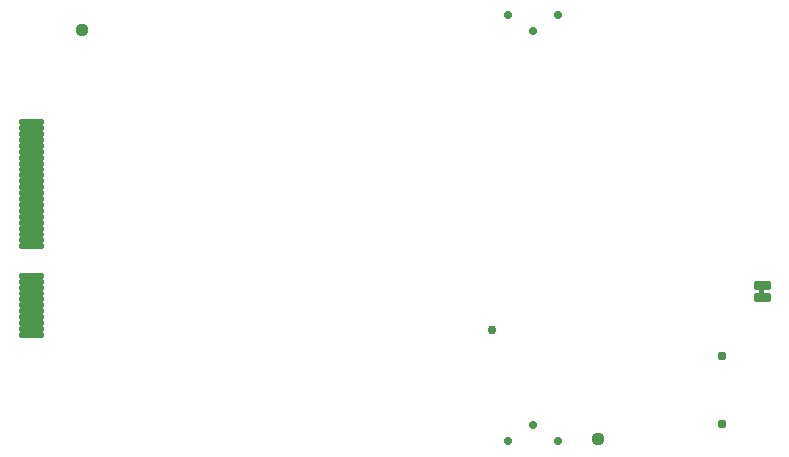
<source format=gbs>
G04 EAGLE Gerber RS-274X export*
G75*
%MOMM*%
%FSLAX34Y34*%
%LPD*%
%INSoldermask Bottom*%
%IPPOS*%
%AMOC8*
5,1,8,0,0,1.08239X$1,22.5*%
G01*
%ADD10C,1.127000*%
%ADD11C,0.228959*%
%ADD12C,0.736600*%
%ADD13C,0.762000*%
%ADD14C,0.777000*%
%ADD15C,0.228344*%

G36*
X635065Y134378D02*
X635065Y134378D01*
X635131Y134380D01*
X635174Y134398D01*
X635221Y134406D01*
X635278Y134440D01*
X635338Y134465D01*
X635373Y134496D01*
X635414Y134521D01*
X635456Y134572D01*
X635504Y134616D01*
X635526Y134658D01*
X635555Y134695D01*
X635576Y134757D01*
X635607Y134816D01*
X635615Y134870D01*
X635627Y134907D01*
X635626Y134947D01*
X635634Y135001D01*
X635634Y138811D01*
X635623Y138876D01*
X635621Y138942D01*
X635603Y138985D01*
X635595Y139032D01*
X635561Y139089D01*
X635536Y139149D01*
X635505Y139184D01*
X635480Y139225D01*
X635429Y139267D01*
X635385Y139315D01*
X635343Y139337D01*
X635306Y139366D01*
X635244Y139387D01*
X635185Y139418D01*
X635131Y139426D01*
X635094Y139438D01*
X635054Y139437D01*
X635000Y139445D01*
X632460Y139445D01*
X632395Y139434D01*
X632329Y139432D01*
X632286Y139414D01*
X632239Y139406D01*
X632182Y139372D01*
X632122Y139347D01*
X632087Y139316D01*
X632046Y139291D01*
X632005Y139240D01*
X631956Y139196D01*
X631934Y139154D01*
X631905Y139117D01*
X631884Y139055D01*
X631853Y138996D01*
X631845Y138942D01*
X631833Y138905D01*
X631833Y138901D01*
X631833Y138900D01*
X631834Y138865D01*
X631826Y138811D01*
X631826Y135001D01*
X631837Y134936D01*
X631839Y134870D01*
X631857Y134827D01*
X631865Y134780D01*
X631899Y134723D01*
X631924Y134663D01*
X631955Y134628D01*
X631980Y134587D01*
X632031Y134546D01*
X632075Y134497D01*
X632117Y134475D01*
X632154Y134446D01*
X632216Y134425D01*
X632275Y134394D01*
X632329Y134386D01*
X632366Y134374D01*
X632406Y134375D01*
X632460Y134367D01*
X635000Y134367D01*
X635065Y134378D01*
G37*
D10*
X58420Y358140D03*
X495046Y11176D03*
D11*
X5892Y98920D02*
X5892Y101400D01*
X24372Y101400D01*
X24372Y98920D01*
X5892Y98920D01*
X5892Y101095D02*
X24372Y101095D01*
X5892Y103920D02*
X5892Y106400D01*
X24372Y106400D01*
X24372Y103920D01*
X5892Y103920D01*
X5892Y106095D02*
X24372Y106095D01*
X5892Y108920D02*
X5892Y111400D01*
X24372Y111400D01*
X24372Y108920D01*
X5892Y108920D01*
X5892Y111095D02*
X24372Y111095D01*
X5892Y113920D02*
X5892Y116400D01*
X24372Y116400D01*
X24372Y113920D01*
X5892Y113920D01*
X5892Y116095D02*
X24372Y116095D01*
X5892Y118920D02*
X5892Y121400D01*
X24372Y121400D01*
X24372Y118920D01*
X5892Y118920D01*
X5892Y121095D02*
X24372Y121095D01*
X5892Y123920D02*
X5892Y126400D01*
X24372Y126400D01*
X24372Y123920D01*
X5892Y123920D01*
X5892Y126095D02*
X24372Y126095D01*
X5892Y128920D02*
X5892Y131400D01*
X24372Y131400D01*
X24372Y128920D01*
X5892Y128920D01*
X5892Y131095D02*
X24372Y131095D01*
X5892Y133920D02*
X5892Y136400D01*
X24372Y136400D01*
X24372Y133920D01*
X5892Y133920D01*
X5892Y136095D02*
X24372Y136095D01*
X5892Y138920D02*
X5892Y141400D01*
X24372Y141400D01*
X24372Y138920D01*
X5892Y138920D01*
X5892Y141095D02*
X24372Y141095D01*
X5892Y143920D02*
X5892Y146400D01*
X24372Y146400D01*
X24372Y143920D01*
X5892Y143920D01*
X5892Y146095D02*
X24372Y146095D01*
X5892Y148920D02*
X5892Y151400D01*
X24372Y151400D01*
X24372Y148920D01*
X5892Y148920D01*
X5892Y151095D02*
X24372Y151095D01*
X5892Y173920D02*
X5892Y176400D01*
X24372Y176400D01*
X24372Y173920D01*
X5892Y173920D01*
X5892Y176095D02*
X24372Y176095D01*
X5892Y178920D02*
X5892Y181400D01*
X24372Y181400D01*
X24372Y178920D01*
X5892Y178920D01*
X5892Y181095D02*
X24372Y181095D01*
X5892Y183920D02*
X5892Y186400D01*
X24372Y186400D01*
X24372Y183920D01*
X5892Y183920D01*
X5892Y186095D02*
X24372Y186095D01*
X5892Y188920D02*
X5892Y191400D01*
X24372Y191400D01*
X24372Y188920D01*
X5892Y188920D01*
X5892Y191095D02*
X24372Y191095D01*
X5892Y193920D02*
X5892Y196400D01*
X24372Y196400D01*
X24372Y193920D01*
X5892Y193920D01*
X5892Y196095D02*
X24372Y196095D01*
X5892Y198920D02*
X5892Y201400D01*
X24372Y201400D01*
X24372Y198920D01*
X5892Y198920D01*
X5892Y201095D02*
X24372Y201095D01*
X5892Y203920D02*
X5892Y206400D01*
X24372Y206400D01*
X24372Y203920D01*
X5892Y203920D01*
X5892Y206095D02*
X24372Y206095D01*
X5892Y208920D02*
X5892Y211400D01*
X24372Y211400D01*
X24372Y208920D01*
X5892Y208920D01*
X5892Y211095D02*
X24372Y211095D01*
X5892Y213920D02*
X5892Y216400D01*
X24372Y216400D01*
X24372Y213920D01*
X5892Y213920D01*
X5892Y216095D02*
X24372Y216095D01*
X5892Y218920D02*
X5892Y221400D01*
X24372Y221400D01*
X24372Y218920D01*
X5892Y218920D01*
X5892Y221095D02*
X24372Y221095D01*
X5892Y223920D02*
X5892Y226400D01*
X24372Y226400D01*
X24372Y223920D01*
X5892Y223920D01*
X5892Y226095D02*
X24372Y226095D01*
X5892Y228920D02*
X5892Y231400D01*
X24372Y231400D01*
X24372Y228920D01*
X5892Y228920D01*
X5892Y231095D02*
X24372Y231095D01*
X5892Y233920D02*
X5892Y236400D01*
X24372Y236400D01*
X24372Y233920D01*
X5892Y233920D01*
X5892Y236095D02*
X24372Y236095D01*
X5892Y238920D02*
X5892Y241400D01*
X24372Y241400D01*
X24372Y238920D01*
X5892Y238920D01*
X5892Y241095D02*
X24372Y241095D01*
X5892Y243920D02*
X5892Y246400D01*
X24372Y246400D01*
X24372Y243920D01*
X5892Y243920D01*
X5892Y246095D02*
X24372Y246095D01*
X5892Y248920D02*
X5892Y251400D01*
X24372Y251400D01*
X24372Y248920D01*
X5892Y248920D01*
X5892Y251095D02*
X24372Y251095D01*
X5892Y253920D02*
X5892Y256400D01*
X24372Y256400D01*
X24372Y253920D01*
X5892Y253920D01*
X5892Y256095D02*
X24372Y256095D01*
X5892Y258920D02*
X5892Y261400D01*
X24372Y261400D01*
X24372Y258920D01*
X5892Y258920D01*
X5892Y261095D02*
X24372Y261095D01*
X5892Y263920D02*
X5892Y266400D01*
X24372Y266400D01*
X24372Y263920D01*
X5892Y263920D01*
X5892Y266095D02*
X24372Y266095D01*
X5892Y268920D02*
X5892Y271400D01*
X24372Y271400D01*
X24372Y268920D01*
X5892Y268920D01*
X5892Y271095D02*
X24372Y271095D01*
X5892Y273920D02*
X5892Y276400D01*
X24372Y276400D01*
X24372Y273920D01*
X5892Y273920D01*
X5892Y276095D02*
X24372Y276095D01*
X5892Y278920D02*
X5892Y281400D01*
X24372Y281400D01*
X24372Y278920D01*
X5892Y278920D01*
X5892Y281095D02*
X24372Y281095D01*
D12*
X460882Y10160D03*
X418882Y10160D03*
X439882Y23160D03*
X418882Y370160D03*
X460882Y370160D03*
X439882Y357160D03*
D13*
X405130Y103632D03*
D14*
X599920Y24440D03*
X599920Y82240D03*
D15*
X627886Y139317D02*
X627886Y144909D01*
X639574Y144909D01*
X639574Y139317D01*
X627886Y139317D01*
X627886Y141486D02*
X639574Y141486D01*
X639574Y143655D02*
X627886Y143655D01*
X627886Y134495D02*
X627886Y128903D01*
X627886Y134495D02*
X639574Y134495D01*
X639574Y128903D01*
X627886Y128903D01*
X627886Y131072D02*
X639574Y131072D01*
X639574Y133241D02*
X627886Y133241D01*
M02*

</source>
